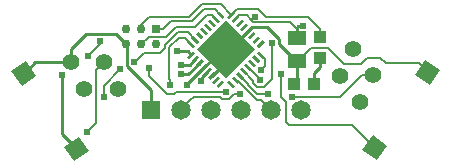
<source format=gbl>
G04 #@! TF.FileFunction,Copper,L2,Bot,Signal*
%FSLAX46Y46*%
G04 Gerber Fmt 4.6, Leading zero omitted, Abs format (unit mm)*
G04 Created by KiCad (PCBNEW (2015-03-06 BZR 5482)-product) date Fri 06 Mar 2015 03:35:42 PM CET*
%MOMM*%
G01*
G04 APERTURE LIST*
%ADD10C,0.100000*%
%ADD11R,1.650000X1.650000*%
%ADD12C,1.650000*%
%ADD13C,0.762000*%
%ADD14R,0.762000X0.762000*%
%ADD15C,1.400000*%
%ADD16R,1.100000X1.000000*%
%ADD17R,1.498600X1.297940*%
%ADD18R,0.998220X1.099820*%
%ADD19C,0.609600*%
%ADD20C,0.254000*%
%ADD21C,0.203200*%
%ADD22C,0.177800*%
G04 APERTURE END LIST*
D10*
D11*
X143780000Y-96640000D03*
D12*
X146320000Y-96640000D03*
X148860000Y-96640000D03*
X151400000Y-96640000D03*
X153940000Y-96640000D03*
X156480000Y-96640000D03*
D13*
X142992751Y-89788042D03*
X142992751Y-91058042D03*
D14*
X144262751Y-89788042D03*
D13*
X144262751Y-91058042D03*
X141722751Y-89788042D03*
X141722751Y-91058042D03*
D15*
X137023435Y-92544529D03*
X139863103Y-92572534D03*
X138136897Y-94827466D03*
X140976565Y-94855471D03*
D16*
X158110000Y-90450000D03*
X158110000Y-92250000D03*
D15*
X160903629Y-91431066D03*
X162629834Y-93685997D03*
X159790166Y-93714003D03*
X161516371Y-95968934D03*
D17*
X156190000Y-90540040D03*
X156190000Y-92439960D03*
D10*
G36*
X138543910Y-100115644D02*
X137315182Y-100976008D01*
X136454818Y-99747280D01*
X137683546Y-98886916D01*
X138543910Y-100115644D01*
X138543910Y-100115644D01*
G37*
G36*
X134070014Y-93726258D02*
X132841286Y-94586622D01*
X131980922Y-93357894D01*
X133209650Y-92497530D01*
X134070014Y-93726258D01*
X134070014Y-93726258D01*
G37*
G36*
X162930660Y-100867465D02*
X161701932Y-100007101D01*
X162562296Y-98778373D01*
X163791024Y-99638737D01*
X162930660Y-100867465D01*
X162930660Y-100867465D01*
G37*
G36*
X167404556Y-94478079D02*
X166175828Y-93617715D01*
X167036192Y-92388987D01*
X168264920Y-93249351D01*
X167404556Y-94478079D01*
X167404556Y-94478079D01*
G37*
D18*
X157638360Y-94390000D03*
X155941640Y-94390000D03*
D10*
G36*
X149529017Y-94751045D02*
X149352240Y-94574268D01*
X149847215Y-94079293D01*
X150023992Y-94256070D01*
X149529017Y-94751045D01*
X149529017Y-94751045D01*
G37*
G36*
X149175463Y-94397492D02*
X148998686Y-94220715D01*
X149493661Y-93725740D01*
X149670438Y-93902517D01*
X149175463Y-94397492D01*
X149175463Y-94397492D01*
G37*
G36*
X148821910Y-94043938D02*
X148645133Y-93867161D01*
X149140108Y-93372186D01*
X149316885Y-93548963D01*
X148821910Y-94043938D01*
X148821910Y-94043938D01*
G37*
G36*
X148468356Y-93690385D02*
X148291579Y-93513608D01*
X148786554Y-93018633D01*
X148963331Y-93195410D01*
X148468356Y-93690385D01*
X148468356Y-93690385D01*
G37*
G36*
X148114803Y-93336832D02*
X147938026Y-93160055D01*
X148433001Y-92665080D01*
X148609778Y-92841857D01*
X148114803Y-93336832D01*
X148114803Y-93336832D01*
G37*
G36*
X147761250Y-92983278D02*
X147584473Y-92806501D01*
X148079448Y-92311526D01*
X148256225Y-92488303D01*
X147761250Y-92983278D01*
X147761250Y-92983278D01*
G37*
G36*
X147407696Y-92629725D02*
X147230919Y-92452948D01*
X147725894Y-91957973D01*
X147902671Y-92134750D01*
X147407696Y-92629725D01*
X147407696Y-92629725D01*
G37*
G36*
X147054143Y-92276171D02*
X146877366Y-92099394D01*
X147372341Y-91604419D01*
X147549118Y-91781196D01*
X147054143Y-92276171D01*
X147054143Y-92276171D01*
G37*
G36*
X146877366Y-90861958D02*
X147054143Y-90685181D01*
X147549118Y-91180156D01*
X147372341Y-91356933D01*
X146877366Y-90861958D01*
X146877366Y-90861958D01*
G37*
G36*
X147230919Y-90508404D02*
X147407696Y-90331627D01*
X147902671Y-90826602D01*
X147725894Y-91003379D01*
X147230919Y-90508404D01*
X147230919Y-90508404D01*
G37*
G36*
X147584473Y-90154851D02*
X147761250Y-89978074D01*
X148256225Y-90473049D01*
X148079448Y-90649826D01*
X147584473Y-90154851D01*
X147584473Y-90154851D01*
G37*
G36*
X147938026Y-89801297D02*
X148114803Y-89624520D01*
X148609778Y-90119495D01*
X148433001Y-90296272D01*
X147938026Y-89801297D01*
X147938026Y-89801297D01*
G37*
G36*
X148291579Y-89447744D02*
X148468356Y-89270967D01*
X148963331Y-89765942D01*
X148786554Y-89942719D01*
X148291579Y-89447744D01*
X148291579Y-89447744D01*
G37*
G36*
X148645133Y-89094191D02*
X148821910Y-88917414D01*
X149316885Y-89412389D01*
X149140108Y-89589166D01*
X148645133Y-89094191D01*
X148645133Y-89094191D01*
G37*
G36*
X148998686Y-88740637D02*
X149175463Y-88563860D01*
X149670438Y-89058835D01*
X149493661Y-89235612D01*
X148998686Y-88740637D01*
X148998686Y-88740637D01*
G37*
G36*
X149352240Y-88387084D02*
X149529017Y-88210307D01*
X150023992Y-88705282D01*
X149847215Y-88882059D01*
X149352240Y-88387084D01*
X149352240Y-88387084D01*
G37*
G36*
X150448255Y-88882059D02*
X150271478Y-88705282D01*
X150766453Y-88210307D01*
X150943230Y-88387084D01*
X150448255Y-88882059D01*
X150448255Y-88882059D01*
G37*
G36*
X150801809Y-89235612D02*
X150625032Y-89058835D01*
X151120007Y-88563860D01*
X151296784Y-88740637D01*
X150801809Y-89235612D01*
X150801809Y-89235612D01*
G37*
G36*
X151155362Y-89589166D02*
X150978585Y-89412389D01*
X151473560Y-88917414D01*
X151650337Y-89094191D01*
X151155362Y-89589166D01*
X151155362Y-89589166D01*
G37*
G36*
X151508916Y-89942719D02*
X151332139Y-89765942D01*
X151827114Y-89270967D01*
X152003891Y-89447744D01*
X151508916Y-89942719D01*
X151508916Y-89942719D01*
G37*
G36*
X151862469Y-90296272D02*
X151685692Y-90119495D01*
X152180667Y-89624520D01*
X152357444Y-89801297D01*
X151862469Y-90296272D01*
X151862469Y-90296272D01*
G37*
G36*
X152216022Y-90649826D02*
X152039245Y-90473049D01*
X152534220Y-89978074D01*
X152710997Y-90154851D01*
X152216022Y-90649826D01*
X152216022Y-90649826D01*
G37*
G36*
X152569576Y-91003379D02*
X152392799Y-90826602D01*
X152887774Y-90331627D01*
X153064551Y-90508404D01*
X152569576Y-91003379D01*
X152569576Y-91003379D01*
G37*
G36*
X152923129Y-91356933D02*
X152746352Y-91180156D01*
X153241327Y-90685181D01*
X153418104Y-90861958D01*
X152923129Y-91356933D01*
X152923129Y-91356933D01*
G37*
G36*
X152746352Y-91781196D02*
X152923129Y-91604419D01*
X153418104Y-92099394D01*
X153241327Y-92276171D01*
X152746352Y-91781196D01*
X152746352Y-91781196D01*
G37*
G36*
X152392799Y-92134750D02*
X152569576Y-91957973D01*
X153064551Y-92452948D01*
X152887774Y-92629725D01*
X152392799Y-92134750D01*
X152392799Y-92134750D01*
G37*
G36*
X152039245Y-92488303D02*
X152216022Y-92311526D01*
X152710997Y-92806501D01*
X152534220Y-92983278D01*
X152039245Y-92488303D01*
X152039245Y-92488303D01*
G37*
G36*
X151685692Y-92841857D02*
X151862469Y-92665080D01*
X152357444Y-93160055D01*
X152180667Y-93336832D01*
X151685692Y-92841857D01*
X151685692Y-92841857D01*
G37*
G36*
X151332139Y-93195410D02*
X151508916Y-93018633D01*
X152003891Y-93513608D01*
X151827114Y-93690385D01*
X151332139Y-93195410D01*
X151332139Y-93195410D01*
G37*
G36*
X150978585Y-93548963D02*
X151155362Y-93372186D01*
X151650337Y-93867161D01*
X151473560Y-94043938D01*
X150978585Y-93548963D01*
X150978585Y-93548963D01*
G37*
G36*
X150625032Y-93902517D02*
X150801809Y-93725740D01*
X151296784Y-94220715D01*
X151120007Y-94397492D01*
X150625032Y-93902517D01*
X150625032Y-93902517D01*
G37*
G36*
X150271478Y-94256070D02*
X150448255Y-94079293D01*
X150943230Y-94574268D01*
X150766453Y-94751045D01*
X150271478Y-94256070D01*
X150271478Y-94256070D01*
G37*
G36*
X150147735Y-91480676D02*
X148927976Y-90260917D01*
X150147735Y-89041158D01*
X151367494Y-90260917D01*
X150147735Y-91480676D01*
X150147735Y-91480676D01*
G37*
G36*
X151367494Y-92700435D02*
X150147735Y-91480676D01*
X151367494Y-90260917D01*
X152587253Y-91480676D01*
X151367494Y-92700435D01*
X151367494Y-92700435D01*
G37*
G36*
X148927976Y-92700435D02*
X147708217Y-91480676D01*
X148927976Y-90260917D01*
X150147735Y-91480676D01*
X148927976Y-92700435D01*
X148927976Y-92700435D01*
G37*
G36*
X150147735Y-93920194D02*
X148927976Y-92700435D01*
X150147735Y-91480676D01*
X151367494Y-92700435D01*
X150147735Y-93920194D01*
X150147735Y-93920194D01*
G37*
D19*
X145970000Y-91600000D03*
X146370000Y-92790000D03*
X136250000Y-93650000D03*
X154800000Y-93600000D03*
X154040000Y-90980000D03*
X148050000Y-94170000D03*
X139490000Y-90815020D03*
X138500000Y-92014220D03*
X146328891Y-93601772D03*
X156700000Y-89535910D03*
X152600000Y-88709620D03*
X146870000Y-94470000D03*
X151679944Y-91463829D03*
X151362883Y-95307505D03*
X153110000Y-93240000D03*
X153670000Y-95230000D03*
X145430000Y-94470000D03*
X143600000Y-93060000D03*
X141190000Y-93190260D03*
X139790000Y-95540000D03*
X150130000Y-95100000D03*
X155702104Y-95557504D03*
X153058702Y-94051192D03*
X138410000Y-98490000D03*
X142395020Y-92580555D03*
D20*
X145990000Y-91620000D02*
X145970000Y-91600000D01*
X146896114Y-91620000D02*
X145990000Y-91620000D01*
X147212987Y-91936873D02*
X146896114Y-91620000D01*
X146801052Y-92790000D02*
X146370000Y-92790000D01*
X147067504Y-92790000D02*
X146801052Y-92790000D01*
X147566809Y-92290695D02*
X147067504Y-92790000D01*
D21*
X142992751Y-89407249D02*
X143659492Y-88740508D01*
X149745185Y-87687181D02*
X150607524Y-88549520D01*
X148107553Y-87687181D02*
X149745185Y-87687181D01*
X147054226Y-88740508D02*
X148107553Y-87687181D01*
X143659492Y-88740508D02*
X147054226Y-88740508D01*
X142992751Y-89407249D02*
X142992751Y-89788042D01*
X151057044Y-88100000D02*
X150607524Y-88549520D01*
X157090465Y-88727265D02*
X153527265Y-88727265D01*
X152900000Y-88100000D02*
X151057044Y-88100000D01*
X158110000Y-89746800D02*
X157090465Y-88727265D01*
X153527265Y-88727265D02*
X152900000Y-88100000D01*
X158110000Y-90450000D02*
X158110000Y-89746800D01*
D20*
X136250000Y-94081052D02*
X136250000Y-93650000D01*
X136250000Y-98682098D02*
X136250000Y-94081052D01*
X137499364Y-99931462D02*
X136250000Y-98682098D01*
D21*
X148980782Y-88550000D02*
X149330532Y-88899750D01*
X148550000Y-88550000D02*
X148980782Y-88550000D01*
X147506410Y-89593590D02*
X148550000Y-88550000D01*
X145896410Y-89593590D02*
X147506410Y-89593590D01*
X145337889Y-90152111D02*
X145896410Y-89593590D01*
X145337889Y-90168941D02*
X145337889Y-90152111D01*
D22*
X145321059Y-90168941D02*
X145337889Y-90168941D01*
X145054259Y-90435741D02*
X145321059Y-90168941D01*
X143615052Y-90435741D02*
X145054259Y-90435741D01*
X142992751Y-91058042D02*
X143615052Y-90435741D01*
D21*
X145510603Y-89124390D02*
X144846951Y-89788042D01*
X149232016Y-88093590D02*
X148306410Y-88093590D01*
X147275610Y-89124390D02*
X145510603Y-89124390D01*
X149684354Y-88545928D02*
X149232016Y-88093590D01*
X148306410Y-88093590D02*
X147275610Y-89124390D01*
X144846951Y-89788042D02*
X144262751Y-89788042D01*
X154800000Y-93600000D02*
X154800000Y-95547456D01*
X154800000Y-95547456D02*
X155200000Y-95947456D01*
X160813970Y-97890411D02*
X162746478Y-99822919D01*
X155200000Y-95947456D02*
X155200000Y-97610000D01*
X155200000Y-97610000D02*
X155480411Y-97890411D01*
X155480411Y-97890411D02*
X160813970Y-97890411D01*
D20*
X151668990Y-93353957D02*
X151544531Y-93229498D01*
D21*
X152449101Y-94343801D02*
X152766093Y-94660793D01*
X151668990Y-93353957D02*
X152449101Y-94134068D01*
X152766093Y-94660793D02*
X153351311Y-94660793D01*
X152449101Y-94134068D02*
X152449101Y-94343801D01*
X153351311Y-94660793D02*
X154040000Y-93972104D01*
X154040000Y-93972104D02*
X154040000Y-91411052D01*
X154040000Y-91411052D02*
X154040000Y-90980000D01*
D20*
X148110000Y-94110000D02*
X148110000Y-93866845D01*
X148050000Y-94170000D02*
X148110000Y-94110000D01*
X148110000Y-93866845D02*
X148626480Y-93350365D01*
D21*
X139490000Y-91024220D02*
X139490000Y-90815020D01*
X138500000Y-92014220D02*
X139490000Y-91024220D01*
D20*
X146963376Y-93601772D02*
X146759943Y-93601772D01*
X147920631Y-92644517D02*
X146963376Y-93601772D01*
X146759943Y-93601772D02*
X146328891Y-93601772D01*
X156190000Y-89800839D02*
X156190000Y-90540040D01*
X156190000Y-89614858D02*
X156190000Y-89800839D01*
X156268948Y-89535910D02*
X156190000Y-89614858D01*
X156700000Y-89535910D02*
X156268948Y-89535910D01*
D21*
X151264688Y-88600000D02*
X151900000Y-88600000D01*
X150963142Y-88901546D02*
X151264688Y-88600000D01*
X151900000Y-88600000D02*
X152296218Y-88996218D01*
X152582816Y-88709620D02*
X152600000Y-88709620D01*
X152296218Y-88996218D02*
X152582816Y-88709620D01*
X152468190Y-89168190D02*
X155557351Y-89168190D01*
X155557351Y-89168190D02*
X156190000Y-89800839D01*
X152296218Y-88996218D02*
X152468190Y-89168190D01*
D20*
X141722751Y-91058042D02*
X141760000Y-91095291D01*
X141760000Y-92880000D02*
X143780000Y-94900000D01*
X141760000Y-91095291D02*
X141760000Y-92880000D01*
X143780000Y-94900000D02*
X143780000Y-96640000D01*
X148273902Y-93000956D02*
X148927976Y-92346882D01*
X148927976Y-92346882D02*
X148927976Y-91480676D01*
X148981009Y-93708062D02*
X149988636Y-92700435D01*
X149988636Y-92700435D02*
X150147735Y-92700435D01*
X148927976Y-91480676D02*
X150147735Y-92700435D01*
X150147735Y-90260917D02*
X148927976Y-91480676D01*
X151367494Y-91480676D02*
X150147735Y-90260917D01*
X151679944Y-91463829D02*
X151384341Y-91463829D01*
X151384341Y-91463829D02*
X151367494Y-91480676D01*
X152021568Y-89960396D02*
X151367494Y-90614470D01*
X151367494Y-90614470D02*
X151367494Y-91480676D01*
X146870000Y-94470000D02*
X146870000Y-94404858D01*
X146870000Y-94404858D02*
X148273902Y-93000956D01*
X137023435Y-92544529D02*
X137023435Y-91476565D01*
X137023435Y-91476565D02*
X138320000Y-90180000D01*
X140844709Y-90180000D02*
X141722751Y-91058042D01*
X138320000Y-90180000D02*
X140844709Y-90180000D01*
X155941640Y-94390000D02*
X155941640Y-94440800D01*
X137023435Y-92544529D02*
X134023015Y-92544529D01*
X156190000Y-92439960D02*
X156190000Y-94141640D01*
X156190000Y-94141640D02*
X155941640Y-94390000D01*
X134023015Y-92544529D02*
X133025468Y-93542076D01*
D21*
X166468037Y-92681196D02*
X167220374Y-93433533D01*
X163200000Y-92200000D02*
X163681196Y-92681196D01*
X162100000Y-92200000D02*
X163200000Y-92200000D01*
X161600000Y-92700000D02*
X162100000Y-92200000D01*
X160158642Y-92700000D02*
X161600000Y-92700000D01*
X158818642Y-91360000D02*
X160158642Y-92700000D01*
X163681196Y-92681196D02*
X166468037Y-92681196D01*
X157370290Y-91360000D02*
X158818642Y-91360000D01*
X156290330Y-92439960D02*
X157370290Y-91360000D01*
X156190000Y-92439960D02*
X156290330Y-92439960D01*
D20*
X154675001Y-91025291D02*
X156089670Y-92439960D01*
X156089670Y-92439960D02*
X156190000Y-92439960D01*
X152022812Y-89961217D02*
X152384029Y-89600000D01*
X153659802Y-89600000D02*
X154675001Y-90615199D01*
X152384029Y-89600000D02*
X153659802Y-89600000D01*
X154675001Y-90615199D02*
X154675001Y-91025291D01*
X158110000Y-92250000D02*
X158110000Y-93004000D01*
X158110000Y-93004000D02*
X157638360Y-93475640D01*
X157638360Y-93475640D02*
X157638360Y-94390000D01*
D21*
X149827391Y-95709601D02*
X149627989Y-95510199D01*
X147449801Y-95510199D02*
X147144999Y-95815001D01*
X150412609Y-95709601D02*
X149827391Y-95709601D01*
X150814705Y-95307505D02*
X150412609Y-95709601D01*
X149627989Y-95510199D02*
X147449801Y-95510199D01*
X147144999Y-95815001D02*
X146320000Y-96640000D01*
X151362883Y-95307505D02*
X150814705Y-95307505D01*
X153450000Y-92307982D02*
X153450000Y-92900000D01*
X153450000Y-92900000D02*
X153110000Y-93240000D01*
X153082483Y-91940465D02*
X153450000Y-92307982D01*
X152001831Y-94401831D02*
X152001831Y-94394443D01*
X151317780Y-93707780D02*
X151315168Y-93707780D01*
X152001831Y-94391831D02*
X151317780Y-93707780D01*
X152001831Y-94394443D02*
X152001831Y-94391831D01*
X152001831Y-94394443D02*
X152001831Y-94471281D01*
X152760550Y-95230000D02*
X153238948Y-95230000D01*
X152001831Y-94471281D02*
X152760550Y-95230000D01*
X153238948Y-95230000D02*
X153670000Y-95230000D01*
X151131811Y-94186061D02*
X152760751Y-95815001D01*
X151085805Y-94186061D02*
X151131811Y-94186061D01*
X152760751Y-95815001D02*
X153115001Y-95815001D01*
X150961346Y-94061602D02*
X151085805Y-94186061D01*
X153115001Y-95815001D02*
X153940000Y-96640000D01*
X146137790Y-90530000D02*
X145360399Y-91307391D01*
X145360399Y-93969347D02*
X145430000Y-94038948D01*
X146722100Y-90530000D02*
X146137790Y-90530000D01*
X147211191Y-91019091D02*
X146722100Y-90530000D01*
X145360399Y-91307391D02*
X145360399Y-93969347D01*
X145430000Y-94038948D02*
X145430000Y-94470000D01*
X143600000Y-93732210D02*
X143600000Y-93491052D01*
X150130000Y-95100000D02*
X145912210Y-95100000D01*
X145912210Y-95100000D02*
X145732609Y-95279601D01*
X145732609Y-95279601D02*
X145147391Y-95279601D01*
X143600000Y-93491052D02*
X143600000Y-93060000D01*
X145147391Y-95279601D02*
X143600000Y-93732210D01*
X139790000Y-95540000D02*
X139790000Y-94590260D01*
X139790000Y-94590260D02*
X141190000Y-93190260D01*
X159843939Y-95481943D02*
X156208717Y-95481943D01*
X162629834Y-93685997D02*
X161639885Y-93685997D01*
X161639885Y-93685997D02*
X159843939Y-95481943D01*
X156208717Y-95481943D02*
X156133156Y-95557504D01*
X156133156Y-95557504D02*
X155702104Y-95557504D01*
X152022812Y-93000135D02*
X152147271Y-93124594D01*
X152147271Y-93124594D02*
X152147271Y-93139761D01*
X152753903Y-93746393D02*
X153058702Y-94051192D01*
X152147271Y-93139761D02*
X152753903Y-93746393D01*
X139170000Y-97730000D02*
X138410000Y-98490000D01*
X139170000Y-95470000D02*
X139170000Y-97730000D01*
X144953989Y-91139051D02*
X144953989Y-91359051D01*
X142699819Y-92275756D02*
X142395020Y-92580555D01*
X144552641Y-91760399D02*
X143215176Y-91760399D01*
X147565013Y-90665269D02*
X146899744Y-90000000D01*
X146899744Y-90000000D02*
X146093040Y-90000000D01*
X143215176Y-91760399D02*
X142699819Y-92275756D01*
X144953989Y-91359051D02*
X144552641Y-91760399D01*
X146093040Y-90000000D02*
X144953989Y-91139051D01*
X139863103Y-92572534D02*
X139170000Y-93265637D01*
X139170000Y-93265637D02*
X139170000Y-95470000D01*
D20*
X139835098Y-92544529D02*
X139863103Y-92572534D01*
M02*

</source>
